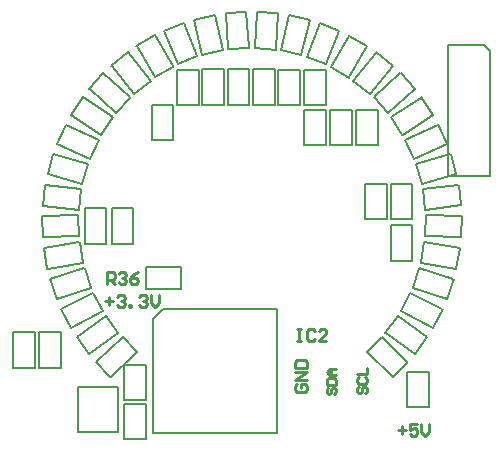
<source format=gto>
G04*
G04 #@! TF.GenerationSoftware,Altium Limited,Altium Designer,21.8.1 (53)*
G04*
G04 Layer_Color=65535*
%FSLAX44Y44*%
%MOMM*%
G71*
G04*
G04 #@! TF.SameCoordinates,1EBAD2C5-6FE2-4B2B-94EE-1844CA0BE318*
G04*
G04*
G04 #@! TF.FilePolarity,Positive*
G04*
G01*
G75*
%ADD10C,0.2000*%
%ADD11C,0.2540*%
D10*
X117334Y32002D02*
X135622D01*
X135622Y2030D02*
X135622Y32002D01*
X117334Y2030D02*
X135622D01*
X117334D02*
X117334Y32002D01*
X95758Y32004D02*
X114046Y32004D01*
X114046Y2032D02*
X114046Y32004D01*
X95758Y2032D02*
X114046Y2032D01*
X95758Y2032D02*
X95758Y32004D01*
X138642Y48923D02*
X167946Y57309D01*
X138642Y48923D02*
X143534Y31830D01*
X143778Y31899D02*
X173082Y40286D01*
X168190Y57379D02*
X173082Y40286D01*
X144452Y27364D02*
X174688Y31216D01*
X144452Y27364D02*
X146699Y9727D01*
X146951Y9759D02*
X177187Y13611D01*
X174940Y31248D02*
X177187Y13611D01*
X146930Y5174D02*
X177400Y4402D01*
X146480Y-12601D02*
X146930Y5174D01*
X146734Y-12607D02*
X177204Y-13378D01*
X177654Y4396D01*
X117336Y-3048D02*
X135624Y-3048D01*
X135624Y-33020D01*
X117336Y-33020D02*
X135624Y-33020D01*
X117336Y-33020D02*
Y-3048D01*
X146019Y-17136D02*
X176021Y-22513D01*
X142882Y-34637D02*
X146019Y-17136D01*
X143133Y-34682D02*
X173135Y-40059D01*
X176271Y-22557D01*
X141740Y-39051D02*
X170582Y-48909D01*
X135990Y-55875D02*
X141740Y-39051D01*
X136230Y-55957D02*
X165072Y-65815D01*
X170822Y-48991D01*
X134192Y-60064D02*
X161208Y-74176D01*
X125960Y-75824D02*
X134192Y-60064D01*
X126185Y-75942D02*
X153201Y-90053D01*
X161433Y-74294D01*
X123548Y-79693D02*
X148116Y-97733D01*
X113025Y-94024D02*
X123548Y-79693D01*
X113230Y-94174D02*
X137797Y-112215D01*
X148321Y-97883D01*
X131572Y-127000D02*
X149860D01*
X149860Y-156972D01*
X131572Y-156972D02*
X149860Y-156972D01*
X131572Y-156972D02*
X131572Y-127000D01*
X110056Y-97483D02*
X131608Y-119036D01*
X97483Y-110056D02*
X110056Y-97483D01*
X97663Y-110235D02*
X119215Y-131788D01*
X131788Y-119215D01*
X2267Y147003D02*
X4579Y177396D01*
X2267Y147003D02*
X19995Y145655D01*
X20015Y145908D02*
X22327Y176300D01*
X4598Y177649D02*
X22327Y176300D01*
X1016Y128778D02*
X19304Y128778D01*
X19304Y98806D02*
X19304Y128778D01*
X1016Y98806D02*
X19304D01*
X1016D02*
Y128778D01*
X24502Y144965D02*
X31389Y174657D01*
X24502Y144965D02*
X41822Y140947D01*
X41879Y141195D02*
X48767Y170886D01*
X31447Y174904D02*
X48767Y170886D01*
X22352Y128538D02*
X40640D01*
Y98566D02*
Y128538D01*
X22352Y98566D02*
X40640D01*
X22352Y128538D02*
X22352Y98566D01*
X46172Y139583D02*
X57476Y167889D01*
X46172Y139583D02*
X62684Y132989D01*
X62778Y133224D02*
X74082Y161530D01*
X57570Y168125D02*
X74082Y161530D01*
X44196Y128732D02*
X62484Y128732D01*
Y98760D02*
Y128732D01*
X44196Y98760D02*
X62484Y98760D01*
X44196Y98760D02*
Y128732D01*
X66777Y130981D02*
X82237Y157249D01*
X66777Y130981D02*
X82100Y121962D01*
X82228Y122181D02*
X97689Y148449D01*
X82366Y157468D02*
X97689Y148449D01*
X44196Y94732D02*
X62484D01*
X62484Y64760D01*
X44196Y64760D02*
X62484Y64760D01*
X44196Y94732D02*
X44196Y64760D01*
X85841Y119358D02*
X105102Y142982D01*
X85841Y119358D02*
X99622Y108123D01*
X99782Y108320D02*
X119043Y131944D01*
X105262Y143179D02*
X119043Y131944D01*
X66040Y94782D02*
X84328Y94782D01*
Y64810D02*
Y94782D01*
X66040Y64810D02*
X84328Y64810D01*
X66040Y94782D02*
X66040Y64810D01*
X103075Y105117D02*
X125690Y125551D01*
X103075Y105117D02*
X114995Y91924D01*
X115183Y92095D02*
X137799Y112529D01*
X125879Y125722D02*
X137799Y112529D01*
X88138Y94732D02*
X106426D01*
Y64760D02*
Y94732D01*
X88138Y64760D02*
X106426D01*
X88138Y94732D02*
X88138Y64760D01*
X117637Y88185D02*
X143086Y104960D01*
X117637Y88185D02*
X127422Y73340D01*
X127634Y73480D02*
X153083Y90254D01*
X143298Y105099D02*
X153083Y90254D01*
X129635Y69354D02*
X157331Y82081D01*
X129635Y69354D02*
X137059Y53198D01*
X137289Y53304D02*
X164986Y66031D01*
X157561Y82187D02*
X164986Y66031D01*
X-147066Y-178054D02*
X-113030D01*
X-147066D02*
Y-139954D01*
X-113030Y-178054D02*
Y-139954D01*
X-147066D02*
X-113030D01*
X-107950Y-154178D02*
X-89662D01*
Y-184150D02*
Y-154178D01*
X-107950Y-184150D02*
X-89662D01*
X-107950D02*
Y-154178D01*
X-180340Y-123698D02*
Y-93726D01*
Y-123698D02*
X-162052D01*
Y-93726D01*
X-180340D02*
X-162052D01*
X-202184D02*
X-202184Y-123698D01*
X-183896Y-123698D01*
X-183896Y-93726D02*
X-183896Y-123698D01*
X-202184Y-93726D02*
X-183896D01*
X-107950Y-151130D02*
X-107950Y-121158D01*
X-107950Y-151130D02*
X-89662Y-151130D01*
X-89662Y-121158D02*
X-89662Y-151130D01*
X-107950Y-121158D02*
X-89662D01*
X-177655Y4365D02*
X-177202Y-13409D01*
X-177655Y4365D02*
X-147185Y5142D01*
X-146931Y5148D02*
X-146477Y-12626D01*
X-176948Y-13403D02*
X-146477Y-12626D01*
X-170814Y-49020D02*
X-165060Y-65844D01*
X-170814Y-49020D02*
X-141973Y-39158D01*
X-141733Y-39075D02*
X-135980Y-55899D01*
X-164820Y-65762D02*
X-135980Y-55899D01*
X-161420Y-74322D02*
X-153186Y-90080D01*
X-161420Y-74322D02*
X-134406Y-60205D01*
X-134181Y-60088D02*
X-125947Y-75846D01*
X-152961Y-89963D02*
X-125947Y-75846D01*
X-148304Y-97909D02*
X-137778Y-112239D01*
X-148304Y-97909D02*
X-123739Y-79865D01*
X-123534Y-79714D02*
X-113009Y-94044D01*
X-137573Y-112088D02*
X-113009Y-94044D01*
X-131934Y-118594D02*
X-119831Y-131618D01*
X-131934Y-118594D02*
X-109607Y-97845D01*
X-109421Y-97672D02*
X-97317Y-110697D01*
X-119645Y-131446D02*
X-97317Y-110697D01*
X-176267Y-22588D02*
X-173128Y-40089D01*
X-176267Y-22588D02*
X-146266Y-17206D01*
X-146016Y-17162D02*
X-142877Y-34662D01*
X-172878Y-40044D02*
X-142877Y-34662D01*
X-173089Y40255D02*
X-168200Y57350D01*
X-138895Y48969D01*
X-143540Y31804D02*
X-138651Y48899D01*
X-172845Y40185D02*
X-143540Y31804D01*
X-177189Y13580D02*
X-174945Y31218D01*
X-144709Y27371D01*
X-146701Y9701D02*
X-144457Y27339D01*
X-176937Y13548D02*
X-146701Y9701D01*
X-20574Y129032D02*
X-20574Y99060D01*
X-2286Y99060D01*
Y129032D01*
X-20574D02*
X-2286D01*
X-22373Y176496D02*
X-4644Y177848D01*
X-2327Y147456D01*
X-20036Y145851D02*
X-2307Y147203D01*
X-22353Y176243D02*
X-20036Y145851D01*
X-41910Y99060D02*
Y129032D01*
Y99060D02*
X-23622D01*
X-23622Y129032D02*
X-23622Y99060D01*
X-41910Y129032D02*
X-23622D01*
X-48842Y171073D02*
X-31522Y175093D01*
X-24630Y145403D01*
X-41892Y141135D02*
X-24572Y145155D01*
X-48784Y170825D02*
X-41892Y141135D01*
X-63500Y128732D02*
X-63500Y98760D01*
X-45212Y98760D01*
X-45212Y128732D01*
X-63500D02*
X-45212D01*
X-74185Y161703D02*
X-57674Y168300D01*
X-46364Y139996D01*
X-62781Y133163D02*
X-46270Y139760D01*
X-74090Y161467D02*
X-62781Y133163D01*
X-84836Y99060D02*
X-84836Y69088D01*
X-66548Y69088D01*
X-66548Y99060D01*
X-84836Y99060D02*
X-66548Y99060D01*
X-97816Y148604D02*
X-82495Y157626D01*
X-67030Y131361D01*
X-82222Y122120D02*
X-66901Y131142D01*
X-97688Y148386D02*
X-82222Y122120D01*
X-118872Y11176D02*
X-118872Y-18796D01*
X-100584Y-18796D01*
X-100584Y11176D01*
X-118872Y11176D02*
X-100584Y11176D01*
X-119066Y131923D02*
X-105287Y143160D01*
X-86023Y119540D01*
X-99641Y108106D02*
X-85862Y119343D01*
X-118905Y131726D02*
X-99641Y108106D01*
X-141601Y-18616D02*
X-141601Y11356D01*
X-141601Y-18616D02*
X-123313Y-18616D01*
X-123313Y11356D02*
X-123313Y-18616D01*
X-141601Y11356D02*
X-123313Y11356D01*
X-137670Y112371D02*
X-125752Y125566D01*
X-103133Y105135D01*
X-114862Y91770D02*
X-102945Y104965D01*
X-137481Y112201D02*
X-114862Y91770D01*
X-153099Y90227D02*
X-143317Y105074D01*
X-117865Y88305D01*
X-127435Y73318D02*
X-117653Y88165D01*
X-152887Y90088D02*
X-127435Y73318D01*
X-164997Y66002D02*
X-157576Y82160D01*
X-129878Y69438D01*
X-137068Y53174D02*
X-129647Y69332D01*
X-164766Y65897D02*
X-137068Y53174D01*
X196596Y149098D02*
X201676Y144018D01*
X166116Y149098D02*
X196596Y149098D01*
X166116Y38608D02*
Y149098D01*
Y38608D02*
X201676D01*
X201676Y144018D01*
X-89902Y-38862D02*
X-59930D01*
X-89902Y-57150D02*
Y-38862D01*
Y-57150D02*
X-59930Y-57150D01*
X-59930Y-38862D02*
X-59930Y-57150D01*
X21590Y-179324D02*
Y-73660D01*
X-84050Y-113752D02*
Y-82780D01*
Y-171998D02*
X-84050Y-179324D01*
X21590Y-179324D01*
X-84050Y-171998D02*
Y-113752D01*
Y-82780D02*
X-74930Y-73660D01*
X21590D01*
D11*
X64455Y-140718D02*
X63123Y-142051D01*
Y-144717D01*
X64455Y-146050D01*
X65788D01*
X67121Y-144717D01*
Y-142051D01*
X68454Y-140718D01*
X69787D01*
X71120Y-142051D01*
Y-144717D01*
X69787Y-146050D01*
X63123Y-138053D02*
X71120D01*
Y-134054D01*
X69787Y-132721D01*
X64455D01*
X63123Y-134054D01*
Y-138053D01*
X71120Y-130055D02*
X65788D01*
X63123Y-127389D01*
X65788Y-124724D01*
X71120D01*
X67121D01*
Y-130055D01*
X90364Y-139956D02*
X89031Y-141289D01*
Y-143955D01*
X90364Y-145288D01*
X91696D01*
X93029Y-143955D01*
Y-141289D01*
X94362Y-139956D01*
X95695D01*
X97028Y-141289D01*
Y-143955D01*
X95695Y-145288D01*
X90364Y-131959D02*
X89031Y-133292D01*
Y-135958D01*
X90364Y-137291D01*
X95695D01*
X97028Y-135958D01*
Y-133292D01*
X95695Y-131959D01*
X89031Y-129293D02*
X97028D01*
Y-123962D01*
X-124080Y-67002D02*
X-117415D01*
X-120747Y-63669D02*
Y-70334D01*
X-114083Y-63669D02*
X-112417Y-62003D01*
X-109085D01*
X-107418Y-63669D01*
Y-65335D01*
X-109085Y-67002D01*
X-110751D01*
X-109085D01*
X-107418Y-68668D01*
Y-70334D01*
X-109085Y-72000D01*
X-112417D01*
X-114083Y-70334D01*
X-104086Y-72000D02*
Y-70334D01*
X-102420D01*
Y-72000D01*
X-104086D01*
X-95756Y-63669D02*
X-94089Y-62003D01*
X-90757D01*
X-89091Y-63669D01*
Y-65335D01*
X-90757Y-67002D01*
X-92423D01*
X-90757D01*
X-89091Y-68668D01*
Y-70334D01*
X-90757Y-72000D01*
X-94089D01*
X-95756Y-70334D01*
X-85759Y-62003D02*
Y-68668D01*
X-82427Y-72000D01*
X-79094Y-68668D01*
Y-62003D01*
X123444Y-176612D02*
X130108D01*
X126776Y-173279D02*
Y-179944D01*
X140105Y-171613D02*
X133441D01*
Y-176612D01*
X136773Y-174946D01*
X138439D01*
X140105Y-176612D01*
Y-179944D01*
X138439Y-181610D01*
X135107D01*
X133441Y-179944D01*
X143438Y-171613D02*
Y-178278D01*
X146770Y-181610D01*
X150102Y-178278D01*
Y-171613D01*
X38405Y-137353D02*
X36739Y-139020D01*
Y-142352D01*
X38405Y-144018D01*
X45070D01*
X46736Y-142352D01*
Y-139020D01*
X45070Y-137353D01*
X41738D01*
Y-140686D01*
X46736Y-134021D02*
X36739D01*
X46736Y-127357D01*
X36739D01*
Y-124024D02*
X46736D01*
Y-119026D01*
X45070Y-117360D01*
X38405D01*
X36739Y-119026D01*
Y-124024D01*
X38100Y-90841D02*
X41432D01*
X39766D01*
Y-100838D01*
X38100D01*
X41432D01*
X53095Y-92507D02*
X51429Y-90841D01*
X48097D01*
X46431Y-92507D01*
Y-99172D01*
X48097Y-100838D01*
X51429D01*
X53095Y-99172D01*
X63092Y-100838D02*
X56427D01*
X63092Y-94173D01*
Y-92507D01*
X61426Y-90841D01*
X58094D01*
X56427Y-92507D01*
X-123000Y-53000D02*
Y-43003D01*
X-118002D01*
X-116335Y-44669D01*
Y-48002D01*
X-118002Y-49668D01*
X-123000D01*
X-119668D02*
X-116335Y-53000D01*
X-113003Y-44669D02*
X-111337Y-43003D01*
X-108005D01*
X-106339Y-44669D01*
Y-46336D01*
X-108005Y-48002D01*
X-109671D01*
X-108005D01*
X-106339Y-49668D01*
Y-51334D01*
X-108005Y-53000D01*
X-111337D01*
X-113003Y-51334D01*
X-96342Y-43003D02*
X-99674Y-44669D01*
X-103006Y-48002D01*
Y-51334D01*
X-101340Y-53000D01*
X-98008D01*
X-96342Y-51334D01*
Y-49668D01*
X-98008Y-48002D01*
X-103006D01*
M02*

</source>
